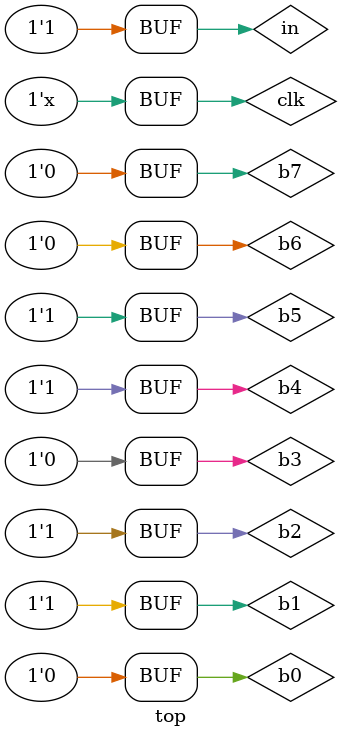
<source format=v>
module dflipflop(clk,in,out);
input in,clk;
wire in,clk;
output out;
reg out;
always @(posedge clk)
		begin
		out <= in; 
		end
endmodule

/*module lookuptable(inp,outp);
reg look[7:0];
input[2:0] inp;
output outp;
reg outp;
wire[2:0] inp;
initial begin
look[0] = 1;look[1] = 0;look[2] = 1;look[3]=0;look[4] = 1;look[5]=0;look[6]=1;look[7]=0;
end
always @(inp)
		begin
outp <= look[inp];
end
endmodule*/

/*module mux8(select,in0,in1,in2,in3,in4,in5,in6,in7,out);
input in0,in1,in2,in3,in4,in5,in6,in7;
input [2:0]select;
wire in0,in1,in2,in3,in4,in5,in6,in7;
output out;
reg out;
always @(select or in0 or in1 or in2 or in3 or in4 or in5 or in6 or in7)
		begin
		case(select)
		0: out = in0;
		1: out = in1;
		2: out = in2;
		3: out = in3;
		4: out = in4;
		5: out = in5;
		6: out = in6;
		7: out = in7;
		endcase
		end
endmodule*/

module mult(inpu1,inpu2,outpu);
input inpu1,inpu2;
output outpu;
reg outpu;
wire inpu1,inpu2;
always @(inpu1 or inpu2)
		begin
			outpu <= inpu1 * inpu2;
		end
endmodule

module adder(i1,i2,sum);
input i1,i2;
output sum;
wire i1,i2;
reg sum;
always @(i1 or i2)
		begin 
		sum <= i1 + i2;
		end
endmodule

/*module control(in1,clk,ou);
input clk,in1;
output ou;
wire in1,clk;
wire w1,w2,w3,w4,w5,w6,w7,w8,o;
wire out;
reg ou;
reg [2:0]select;
dflipflop d1(clk,in1,w1);
dflipflop d2(clk,w1,w2);
dflipflop d3(clk,w2,w3);
dflipflop d4(clk,w3,w4);
dflipflop d5(clk,w4,w5);
dflipflop d6(clk,w5,w6);
dflipflop d7(clk,w6,w7);
dflipflop d8(clk,w7,w8);
mux8 mu1(select,w1,w2,w3,w4,w5,w6,w7,w8,out);
lookuptable l1(select,mu);
mult m(out,mu,mul);
adder a1(mul,o,o);
initial begin
select = 0;
$monitor($time," %d",out);
end
always @(*)
		begin
#1 select <= (select+1)%8;
		end
always @(*)
		begin
		ou <= o;
		end
endmodule*/

module top;

reg clk,in;
wire out;
reg b0,b1,b2,b3,b4,b5,b6,b7;
wire x0,x1,x2,x3,x4,x5,x6,x7;
wire y0,y1,y2,y3,y4,y5,y6;
wire a0,a1,a2,a3,a4,a5;
wire ans;

mult m0(in,b0,x0);
mult m1(in,b1,x1);
mult m2(in,b2,x2);
mult m3(in,b3,x3);
mult m4(in,b4,x4);
mult m5(in,b5,x5);
mult m6(in,b6,x6);
mult m7(in,b7,x7);
adder q0(y0,x1,a0);
adder q1(y1,x2,a1);
adder q2(y2,x3,a2);
adder q3(y3,x4,a3);
adder q4(y4,x5,a4);
adder q5(y5,x6,a5);
adder q6(y6,x7,ans);
dflipflop d0(clk,x0,y0);
dflipflop d1(clk,a0,y1);
dflipflop d2(clk,a1,y2);
dflipflop d3(clk,a2,y3);
dflipflop d4(clk,a3,y4);
dflipflop d5(clk,a4,y5);
dflipflop d6(clk,a5,y6);

always @(*)
		begin
#5 clk<= ~clk;
		end

initial begin
$monitor("%d",ans);
b0 = 0;b1=1;b2 = 1;b3=0;b4=1;b5=1;b6=0;b7=0;
clk = 0;
#5 in <= 1;
#10 in <= 0;
#10 in <= 1;
#10 in <= 0;
#10 in <= 1;
#10 in <= 0;
#10 in <= 1;
#10 in <= 1;
end

endmodule

</source>
